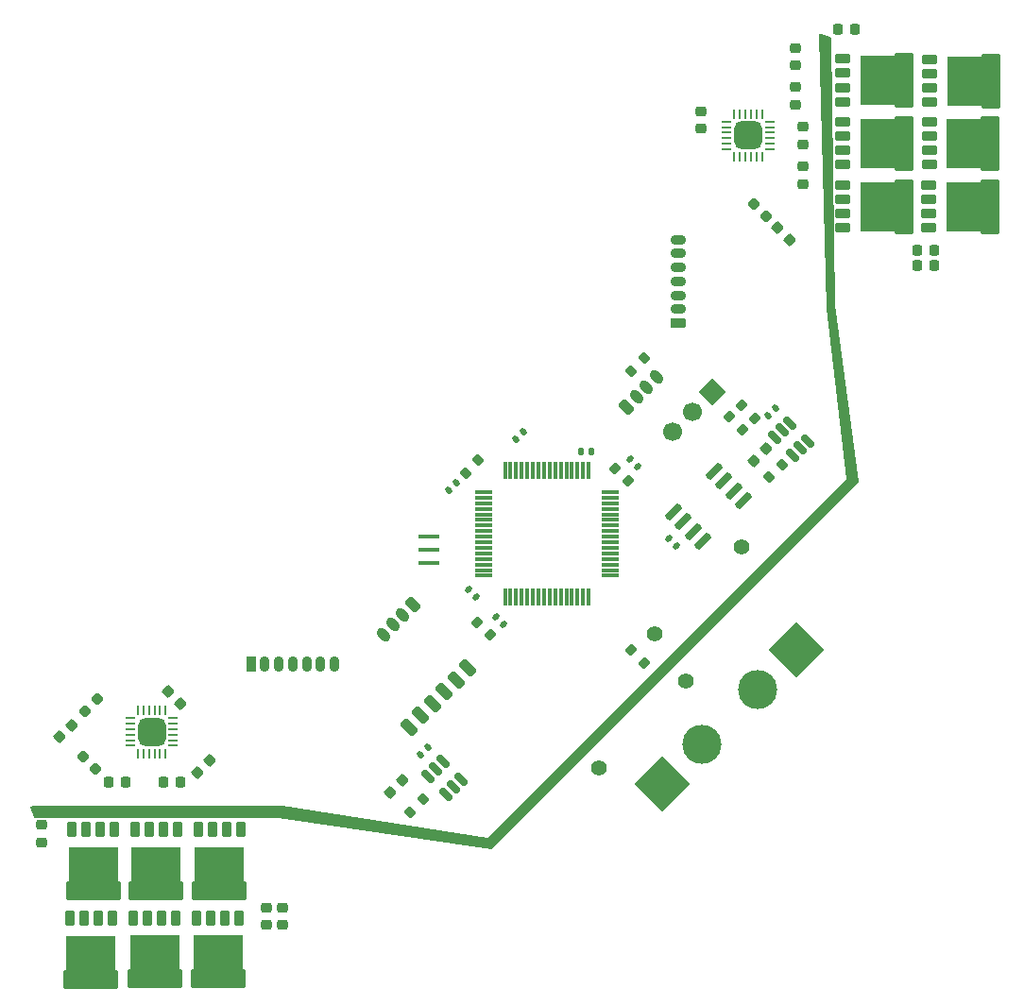
<source format=gbr>
%TF.GenerationSoftware,KiCad,Pcbnew,(6.0.8)*%
%TF.CreationDate,2022-10-14T23:08:25+09:00*%
%TF.ProjectId,ORION_VV_driver_v2,4f52494f-4e5f-4565-965f-647269766572,rev?*%
%TF.SameCoordinates,Original*%
%TF.FileFunction,Soldermask,Bot*%
%TF.FilePolarity,Negative*%
%FSLAX46Y46*%
G04 Gerber Fmt 4.6, Leading zero omitted, Abs format (unit mm)*
G04 Created by KiCad (PCBNEW (6.0.8)) date 2022-10-14 23:08:25*
%MOMM*%
%LPD*%
G01*
G04 APERTURE LIST*
G04 Aperture macros list*
%AMRoundRect*
0 Rectangle with rounded corners*
0 $1 Rounding radius*
0 $2 $3 $4 $5 $6 $7 $8 $9 X,Y pos of 4 corners*
0 Add a 4 corners polygon primitive as box body*
4,1,4,$2,$3,$4,$5,$6,$7,$8,$9,$2,$3,0*
0 Add four circle primitives for the rounded corners*
1,1,$1+$1,$2,$3*
1,1,$1+$1,$4,$5*
1,1,$1+$1,$6,$7*
1,1,$1+$1,$8,$9*
0 Add four rect primitives between the rounded corners*
20,1,$1+$1,$2,$3,$4,$5,0*
20,1,$1+$1,$4,$5,$6,$7,0*
20,1,$1+$1,$6,$7,$8,$9,0*
20,1,$1+$1,$8,$9,$2,$3,0*%
%AMHorizOval*
0 Thick line with rounded ends*
0 $1 width*
0 $2 $3 position (X,Y) of the first rounded end (center of the circle)*
0 $4 $5 position (X,Y) of the second rounded end (center of the circle)*
0 Add line between two ends*
20,1,$1,$2,$3,$4,$5,0*
0 Add two circle primitives to create the rounded ends*
1,1,$1,$2,$3*
1,1,$1,$4,$5*%
%AMRotRect*
0 Rectangle, with rotation*
0 The origin of the aperture is its center*
0 $1 length*
0 $2 width*
0 $3 Rotation angle, in degrees counterclockwise*
0 Add horizontal line*
21,1,$1,$2,0,0,$3*%
%AMFreePoly0*
4,1,21,3.024497,2.399497,3.045000,2.350000,3.045000,-2.350000,3.024497,-2.399497,2.975000,-2.420000,1.425000,-2.420000,1.375503,-2.399497,1.355000,-2.350000,1.355000,-2.170000,-1.650000,-2.170000,-1.699497,-2.149497,-1.720000,-2.100000,-1.720000,2.100000,-1.699497,2.149497,-1.650000,2.170000,1.355000,2.170000,1.355000,2.350000,1.375503,2.399497,1.425000,2.420000,2.975000,2.420000,
3.024497,2.399497,3.024497,2.399497,$1*%
G04 Aperture macros list end*
%ADD10RoundRect,0.225000X0.176777X-0.494975X0.494975X-0.176777X-0.176777X0.494975X-0.494975X0.176777X0*%
%ADD11HorizOval,0.900000X-0.176777X0.176777X0.176777X-0.176777X0*%
%ADD12RotRect,1.700000X1.700000X315.000000*%
%ADD13HorizOval,1.700000X0.000000X0.000000X0.000000X0.000000X0*%
%ADD14C,3.500000*%
%ADD15RotRect,3.500000X3.500000X45.000000*%
%ADD16C,1.400000*%
%ADD17RoundRect,0.225000X0.475000X-0.225000X0.475000X0.225000X-0.475000X0.225000X-0.475000X-0.225000X0*%
%ADD18O,1.400000X0.900000*%
%ADD19RoundRect,0.225000X-0.176777X0.494975X-0.494975X0.176777X0.176777X-0.494975X0.494975X-0.176777X0*%
%ADD20RoundRect,0.225000X-0.225000X-0.475000X0.225000X-0.475000X0.225000X0.475000X-0.225000X0.475000X0*%
%ADD21O,0.900000X1.400000*%
%ADD22RoundRect,0.225000X-0.247487X0.565685X-0.565685X0.247487X0.247487X-0.565685X0.565685X-0.247487X0*%
%ADD23RoundRect,0.140000X0.219203X0.021213X0.021213X0.219203X-0.219203X-0.021213X-0.021213X-0.219203X0*%
%ADD24RoundRect,0.200000X-0.053033X0.335876X-0.335876X0.053033X0.053033X-0.335876X0.335876X-0.053033X0*%
%ADD25RoundRect,0.200000X0.335876X0.053033X0.053033X0.335876X-0.335876X-0.053033X-0.053033X-0.335876X0*%
%ADD26RoundRect,0.225000X-0.250000X0.225000X-0.250000X-0.225000X0.250000X-0.225000X0.250000X0.225000X0*%
%ADD27RoundRect,0.200000X0.053033X-0.335876X0.335876X-0.053033X-0.053033X0.335876X-0.335876X0.053033X0*%
%ADD28RoundRect,0.070000X-0.350000X-0.575000X0.350000X-0.575000X0.350000X0.575000X-0.350000X0.575000X0*%
%ADD29FreePoly0,270.000000*%
%ADD30RoundRect,0.140000X-0.219203X-0.021213X-0.021213X-0.219203X0.219203X0.021213X0.021213X0.219203X0*%
%ADD31RoundRect,0.140000X0.021213X-0.219203X0.219203X-0.021213X-0.021213X0.219203X-0.219203X0.021213X0*%
%ADD32RoundRect,0.150000X-0.406586X-0.618718X0.618718X0.406586X0.406586X0.618718X-0.618718X-0.406586X0*%
%ADD33RoundRect,0.218750X0.218750X0.256250X-0.218750X0.256250X-0.218750X-0.256250X0.218750X-0.256250X0*%
%ADD34RoundRect,0.218750X-0.256250X0.218750X-0.256250X-0.218750X0.256250X-0.218750X0.256250X0.218750X0*%
%ADD35RoundRect,0.062500X-0.350000X-0.062500X0.350000X-0.062500X0.350000X0.062500X-0.350000X0.062500X0*%
%ADD36RoundRect,0.062500X-0.062500X-0.350000X0.062500X-0.350000X0.062500X0.350000X-0.062500X0.350000X0*%
%ADD37RoundRect,0.625000X-0.625000X-0.625000X0.625000X-0.625000X0.625000X0.625000X-0.625000X0.625000X0*%
%ADD38RoundRect,0.150000X-0.468458X0.256326X0.256326X-0.468458X0.468458X-0.256326X-0.256326X0.468458X0*%
%ADD39RoundRect,0.140000X-0.140000X-0.170000X0.140000X-0.170000X0.140000X0.170000X-0.140000X0.170000X0*%
%ADD40RoundRect,0.225000X0.335876X0.017678X0.017678X0.335876X-0.335876X-0.017678X-0.017678X-0.335876X0*%
%ADD41RoundRect,0.218750X0.026517X-0.335876X0.335876X-0.026517X-0.026517X0.335876X-0.335876X0.026517X0*%
%ADD42RoundRect,0.070000X0.575000X-0.350000X0.575000X0.350000X-0.575000X0.350000X-0.575000X-0.350000X0*%
%ADD43FreePoly0,0.000000*%
%ADD44RoundRect,0.225000X-0.017678X0.335876X-0.335876X0.017678X0.017678X-0.335876X0.335876X-0.017678X0*%
%ADD45RoundRect,0.218750X0.335876X0.026517X0.026517X0.335876X-0.335876X-0.026517X-0.026517X-0.335876X0*%
%ADD46R,1.900000X0.400000*%
%ADD47RoundRect,0.225000X-0.225000X-0.250000X0.225000X-0.250000X0.225000X0.250000X-0.225000X0.250000X0*%
%ADD48RoundRect,0.075000X-0.700000X-0.075000X0.700000X-0.075000X0.700000X0.075000X-0.700000X0.075000X0*%
%ADD49RoundRect,0.075000X-0.075000X-0.700000X0.075000X-0.700000X0.075000X0.700000X-0.075000X0.700000X0*%
%ADD50RoundRect,0.062500X-0.062500X0.350000X-0.062500X-0.350000X0.062500X-0.350000X0.062500X0.350000X0*%
%ADD51RoundRect,0.062500X-0.350000X0.062500X-0.350000X-0.062500X0.350000X-0.062500X0.350000X0.062500X0*%
%ADD52RoundRect,0.625000X-0.625000X0.625000X-0.625000X-0.625000X0.625000X-0.625000X0.625000X0.625000X0*%
%ADD53RoundRect,0.200000X-0.335876X-0.053033X-0.053033X-0.335876X0.335876X0.053033X0.053033X0.335876X0*%
%ADD54RoundRect,0.140000X-0.021213X0.219203X-0.219203X0.021213X0.021213X-0.219203X0.219203X-0.021213X0*%
%ADD55RoundRect,0.225000X0.225000X0.250000X-0.225000X0.250000X-0.225000X-0.250000X0.225000X-0.250000X0*%
%ADD56RoundRect,0.225000X0.017678X-0.335876X0.335876X-0.017678X-0.017678X0.335876X-0.335876X0.017678X0*%
G04 APERTURE END LIST*
D10*
%TO.C,J2*%
X103710919Y-124686865D03*
D11*
X104594802Y-123802982D03*
X105478686Y-122919098D03*
X106362569Y-122035215D03*
%TD*%
D12*
%TO.C,J14*%
X111418382Y-123343363D03*
D13*
X109622331Y-125139414D03*
X107826280Y-126935465D03*
%TD*%
D14*
%TO.C,J11*%
X115413536Y-150001288D03*
D15*
X118949070Y-146465754D03*
D16*
X113999323Y-137273366D03*
X106221148Y-145051540D03*
%TD*%
D17*
%TO.C,J6*%
X108365171Y-117211545D03*
D18*
X108365171Y-115961545D03*
X108365171Y-114711545D03*
X108365171Y-113461545D03*
X108365171Y-112211545D03*
X108365171Y-110961545D03*
X108365171Y-109711545D03*
%TD*%
D19*
%TO.C,J3*%
X84530647Y-142452923D03*
D11*
X83646764Y-143336806D03*
X82762880Y-144220690D03*
X81878997Y-145104573D03*
%TD*%
D16*
%TO.C,J15*%
X101253723Y-157054678D03*
X109031897Y-149276504D03*
D15*
X106910577Y-158468892D03*
D14*
X110446111Y-154933358D03*
%TD*%
D20*
%TO.C,J5*%
X70034958Y-147756224D03*
D21*
X71284958Y-147756224D03*
X72534958Y-147756224D03*
X73784958Y-147756224D03*
X75034958Y-147756224D03*
X76284958Y-147756224D03*
X77534958Y-147756224D03*
%TD*%
D22*
%TO.C,J4*%
X89480395Y-148109778D03*
X88419735Y-149170438D03*
X87359075Y-150231098D03*
X86298414Y-151291759D03*
X85237754Y-152352419D03*
X84177094Y-153413079D03*
%TD*%
D23*
%TO.C,C7*%
X92648233Y-144206548D03*
X91969411Y-143527726D03*
%TD*%
D24*
%TO.C,FB1*%
X90417311Y-129495192D03*
X89250585Y-130661918D03*
%TD*%
D25*
%TO.C,R10*%
X105266553Y-147632480D03*
X104099827Y-146465754D03*
%TD*%
D26*
%TO.C,C22*%
X118825326Y-92534002D03*
X118825326Y-94084002D03*
%TD*%
D27*
%TO.C,R13*%
X116474196Y-131015471D03*
X117640922Y-129848745D03*
%TD*%
D26*
%TO.C,C21*%
X119532433Y-99605070D03*
X119532433Y-101155070D03*
%TD*%
D28*
%TO.C,Q10*%
X53982822Y-162598894D03*
X55252822Y-162598894D03*
X56532822Y-162598894D03*
X57802822Y-162598894D03*
D29*
X55892822Y-165868894D03*
%TD*%
D30*
%TO.C,C16*%
X103990226Y-129385590D03*
X104669048Y-130064412D03*
%TD*%
D31*
%TO.C,C15*%
X85233124Y-155855038D03*
X85911946Y-155176216D03*
%TD*%
D32*
%TO.C,U3*%
X110573389Y-136781927D03*
X109675364Y-135883902D03*
X108777338Y-134985876D03*
X107879313Y-134087851D03*
X111520913Y-130446251D03*
X112418938Y-131344276D03*
X113316964Y-132242302D03*
X114214989Y-133140327D03*
%TD*%
D33*
%TO.C,D8*%
X63751390Y-158362826D03*
X62176390Y-158362826D03*
%TD*%
D26*
%TO.C,C43*%
X72863385Y-169608641D03*
X72863385Y-171158641D03*
%TD*%
%TO.C,C40*%
X51296628Y-162184020D03*
X51296628Y-163734020D03*
%TD*%
D34*
%TO.C,D10*%
X119532433Y-103128104D03*
X119532433Y-104703104D03*
%TD*%
D28*
%TO.C,Q5*%
X59503623Y-170513122D03*
X60773623Y-170513122D03*
X62053623Y-170513122D03*
X63323623Y-170513122D03*
D29*
X61413623Y-173783122D03*
%TD*%
D35*
%TO.C,GD2*%
X112645185Y-101630070D03*
X112645185Y-101130070D03*
X112645185Y-100630070D03*
X112645185Y-100130070D03*
X112645185Y-99630070D03*
X112645185Y-99130070D03*
D36*
X113332685Y-98442570D03*
X113832685Y-98442570D03*
X114332685Y-98442570D03*
X114832685Y-98442570D03*
X115332685Y-98442570D03*
X115832685Y-98442570D03*
D35*
X116520185Y-99130070D03*
X116520185Y-99630070D03*
X116520185Y-100130070D03*
X116520185Y-100630070D03*
X116520185Y-101130070D03*
X116520185Y-101630070D03*
D36*
X115832685Y-102317570D03*
X115332685Y-102317570D03*
X114832685Y-102317570D03*
X114332685Y-102317570D03*
X113832685Y-102317570D03*
X113332685Y-102317570D03*
D37*
X114582685Y-100380070D03*
%TD*%
D23*
%TO.C,C9*%
X108204582Y-137135480D03*
X107525760Y-136456658D03*
%TD*%
D38*
%TO.C,U5*%
X85864217Y-157857917D03*
X86535968Y-157186166D03*
X87207719Y-156514415D03*
X88816387Y-158123083D03*
X88144636Y-158794834D03*
X87472885Y-159466585D03*
%TD*%
D39*
%TO.C,C5*%
X99606996Y-128735052D03*
X100566996Y-128735052D03*
%TD*%
D31*
%TO.C,C11*%
X87726770Y-132185733D03*
X88405592Y-131506911D03*
%TD*%
D26*
%TO.C,C42*%
X71449172Y-169608641D03*
X71449172Y-171158641D03*
%TD*%
D40*
%TO.C,C12*%
X63670997Y-151291758D03*
X62574981Y-150195742D03*
%TD*%
D41*
%TO.C,D6*%
X55185715Y-151998865D03*
X56299409Y-150885171D03*
%TD*%
D28*
%TO.C,Q2*%
X65296531Y-162598894D03*
X66566531Y-162598894D03*
X67846531Y-162598894D03*
X69116531Y-162598894D03*
D29*
X67206531Y-165868894D03*
%TD*%
D42*
%TO.C,Q4*%
X123061394Y-97340322D03*
X123061394Y-96070322D03*
X123061394Y-94790322D03*
X123061394Y-93520322D03*
D43*
X126331394Y-95430322D03*
%TD*%
D44*
%TO.C,C24*%
X116191353Y-128469887D03*
X115095337Y-129565903D03*
%TD*%
D28*
%TO.C,Q9*%
X53793216Y-170566675D03*
X55063216Y-170566675D03*
X56343216Y-170566675D03*
X57613216Y-170566675D03*
D29*
X55703216Y-173836675D03*
%TD*%
D42*
%TO.C,Q7*%
X130839568Y-102997177D03*
X130839568Y-101727177D03*
X130839568Y-100447177D03*
X130839568Y-99177177D03*
D43*
X134109568Y-101087177D03*
%TD*%
D42*
%TO.C,Q8*%
X123061394Y-102997177D03*
X123061394Y-101727177D03*
X123061394Y-100447177D03*
X123061394Y-99177177D03*
D43*
X126331394Y-101087177D03*
%TD*%
D45*
%TO.C,D7*%
X56096116Y-157151906D03*
X54982422Y-156038212D03*
%TD*%
D46*
%TO.C,Y1*%
X85944861Y-136303176D03*
X85944861Y-137503176D03*
X85944861Y-138703176D03*
%TD*%
D34*
%TO.C,D11*%
X118825326Y-96057036D03*
X118825326Y-97632036D03*
%TD*%
D40*
%TO.C,C20*%
X118312674Y-109766913D03*
X117216658Y-108670897D03*
%TD*%
D27*
%TO.C,R12*%
X84282065Y-161048737D03*
X85448791Y-159882011D03*
%TD*%
D47*
%TO.C,C44*%
X129717588Y-110633118D03*
X131267588Y-110633118D03*
%TD*%
D48*
%TO.C,U4*%
X90876462Y-139838962D03*
X90876462Y-139338962D03*
X90876462Y-138838962D03*
X90876462Y-138338962D03*
X90876462Y-137838962D03*
X90876462Y-137338962D03*
X90876462Y-136838962D03*
X90876462Y-136338962D03*
X90876462Y-135838962D03*
X90876462Y-135338962D03*
X90876462Y-134838962D03*
X90876462Y-134338962D03*
X90876462Y-133838962D03*
X90876462Y-133338962D03*
X90876462Y-132838962D03*
X90876462Y-132338962D03*
D49*
X92801462Y-130413962D03*
X93301462Y-130413962D03*
X93801462Y-130413962D03*
X94301462Y-130413962D03*
X94801462Y-130413962D03*
X95301462Y-130413962D03*
X95801462Y-130413962D03*
X96301462Y-130413962D03*
X96801462Y-130413962D03*
X97301462Y-130413962D03*
X97801462Y-130413962D03*
X98301462Y-130413962D03*
X98801462Y-130413962D03*
X99301462Y-130413962D03*
X99801462Y-130413962D03*
X100301462Y-130413962D03*
D48*
X102226462Y-132338962D03*
X102226462Y-132838962D03*
X102226462Y-133338962D03*
X102226462Y-133838962D03*
X102226462Y-134338962D03*
X102226462Y-134838962D03*
X102226462Y-135338962D03*
X102226462Y-135838962D03*
X102226462Y-136338962D03*
X102226462Y-136838962D03*
X102226462Y-137338962D03*
X102226462Y-137838962D03*
X102226462Y-138338962D03*
X102226462Y-138838962D03*
X102226462Y-139338962D03*
X102226462Y-139838962D03*
D49*
X100301462Y-141763962D03*
X99801462Y-141763962D03*
X99301462Y-141763962D03*
X98801462Y-141763962D03*
X98301462Y-141763962D03*
X97801462Y-141763962D03*
X97301462Y-141763962D03*
X96801462Y-141763962D03*
X96301462Y-141763962D03*
X95801462Y-141763962D03*
X95301462Y-141763962D03*
X94801462Y-141763962D03*
X94301462Y-141763962D03*
X93801462Y-141763962D03*
X93301462Y-141763962D03*
X92801462Y-141763962D03*
%TD*%
D25*
%TO.C,R11*%
X103852340Y-131369024D03*
X102685614Y-130202298D03*
%TD*%
D26*
%TO.C,C13*%
X110340045Y-98190856D03*
X110340045Y-99740856D03*
%TD*%
D28*
%TO.C,Q1*%
X65160477Y-170513122D03*
X66430477Y-170513122D03*
X67710477Y-170513122D03*
X68980477Y-170513122D03*
D29*
X67070477Y-173783122D03*
%TD*%
D24*
%TO.C,R6*%
X105266553Y-120302804D03*
X104099827Y-121469530D03*
%TD*%
D50*
%TO.C,GD1*%
X59889017Y-151886239D03*
X60389017Y-151886239D03*
X60889017Y-151886239D03*
X61389017Y-151886239D03*
X61889017Y-151886239D03*
X62389017Y-151886239D03*
D51*
X63076517Y-152573739D03*
X63076517Y-153073739D03*
X63076517Y-153573739D03*
X63076517Y-154073739D03*
X63076517Y-154573739D03*
X63076517Y-155073739D03*
D50*
X62389017Y-155761239D03*
X61889017Y-155761239D03*
X61389017Y-155761239D03*
X60889017Y-155761239D03*
X60389017Y-155761239D03*
X59889017Y-155761239D03*
D51*
X59201517Y-155073739D03*
X59201517Y-154573739D03*
X59201517Y-154073739D03*
X59201517Y-153573739D03*
X59201517Y-153073739D03*
X59201517Y-152573739D03*
D52*
X61139017Y-153823739D03*
%TD*%
D53*
%TO.C,R8*%
X112938662Y-125606104D03*
X114105388Y-126772830D03*
%TD*%
D42*
%TO.C,Q3*%
X130846141Y-97407429D03*
X130846141Y-96137429D03*
X130846141Y-94857429D03*
X130846141Y-93587429D03*
D43*
X134116141Y-95497429D03*
%TD*%
D44*
%TO.C,C19*%
X66340325Y-156400604D03*
X65244309Y-157496620D03*
%TD*%
D28*
%TO.C,Q6*%
X59639677Y-162598894D03*
X60909677Y-162598894D03*
X62189677Y-162598894D03*
X63459677Y-162598894D03*
D29*
X61549677Y-165868894D03*
%TD*%
D25*
%TO.C,R9*%
X115166048Y-125712170D03*
X113999322Y-124545444D03*
%TD*%
D42*
%TO.C,Q12*%
X123061394Y-108654031D03*
X123061394Y-107384031D03*
X123061394Y-106104031D03*
X123061394Y-104834031D03*
D43*
X126331394Y-106744031D03*
%TD*%
D38*
%TO.C,U6*%
X116995688Y-127471098D03*
X117667439Y-126799347D03*
X118339190Y-126127596D03*
X119947858Y-127736264D03*
X119276107Y-128408015D03*
X118604356Y-129079766D03*
%TD*%
D42*
%TO.C,Q11*%
X130797462Y-108654031D03*
X130797462Y-107384031D03*
X130797462Y-106104031D03*
X130797462Y-104834031D03*
D43*
X134067462Y-106744031D03*
%TD*%
D23*
%TO.C,C6*%
X90173359Y-141731674D03*
X89494537Y-141052852D03*
%TD*%
D54*
%TO.C,C8*%
X94416000Y-126910717D03*
X93737178Y-127589539D03*
%TD*%
D45*
%TO.C,D9*%
X115086498Y-106540737D03*
X116200192Y-107654431D03*
%TD*%
D53*
%TO.C,R7*%
X90311245Y-143990881D03*
X91477971Y-145157607D03*
%TD*%
D55*
%TO.C,C18*%
X57239143Y-158362826D03*
X58789143Y-158362826D03*
%TD*%
D31*
%TO.C,C14*%
X116364595Y-125468218D03*
X117043417Y-124789396D03*
%TD*%
D47*
%TO.C,C45*%
X129717588Y-112047332D03*
X131267588Y-112047332D03*
%TD*%
D56*
%TO.C,C17*%
X52869941Y-154314640D03*
X53965957Y-153218624D03*
%TD*%
D47*
%TO.C,C41*%
X122646520Y-90834128D03*
X124196520Y-90834128D03*
%TD*%
D44*
%TO.C,C23*%
X83645669Y-158149599D03*
X82549653Y-159245615D03*
%TD*%
G36*
X121117356Y-91244585D02*
G01*
X121922517Y-91512972D01*
X121980817Y-91553489D01*
X122007956Y-91619094D01*
X122008658Y-91630600D01*
X122370888Y-115568501D01*
X122371426Y-115575808D01*
X124474002Y-131431099D01*
X124463128Y-131501258D01*
X124438190Y-131536758D01*
X91646552Y-164328397D01*
X91584240Y-164362423D01*
X91538992Y-164363942D01*
X72514418Y-161545485D01*
X72505193Y-161544806D01*
X50680338Y-161544806D01*
X50612217Y-161524804D01*
X50565724Y-161471148D01*
X50560804Y-161458651D01*
X50291250Y-160649991D01*
X50288684Y-160579041D01*
X50324884Y-160517966D01*
X50388356Y-160486158D01*
X50410784Y-160484146D01*
X72853749Y-160484146D01*
X72872908Y-160485611D01*
X91230257Y-163309819D01*
X91252832Y-163306799D01*
X91256356Y-163304378D01*
X123408708Y-131152027D01*
X123420185Y-131131009D01*
X123420291Y-131128814D01*
X121622401Y-115912717D01*
X121621578Y-115901372D01*
X120951558Y-91367559D01*
X120969693Y-91298917D01*
X121022059Y-91250977D01*
X121092031Y-91238958D01*
X121117356Y-91244585D01*
G37*
M02*

</source>
